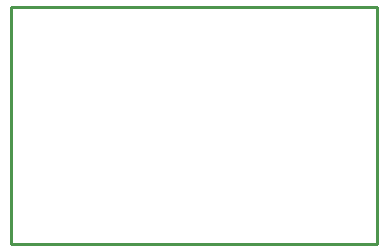
<source format=gko>
G04 Layer: BoardOutlineLayer*
G04 EasyEDA v6.5.5, 2022-06-29 11:53:04*
G04 45b2c0bde71c4c1c92ce3b501ee4c66e,9bf960991b9d4efa812b5d32ee5e6833,10*
G04 Gerber Generator version 0.2*
G04 Scale: 100 percent, Rotated: No, Reflected: No *
G04 Dimensions in millimeters *
G04 leading zeros omitted , absolute positions ,4 integer and 5 decimal *
%FSLAX45Y45*%
%MOMM*%

%ADD10C,0.2540*%
D10*
X699998Y8799982D02*
G01*
X3799992Y8799982D01*
X3799992Y6799986D01*
X699998Y6799986D01*
X699998Y8799982D01*

%LPD*%
M02*

</source>
